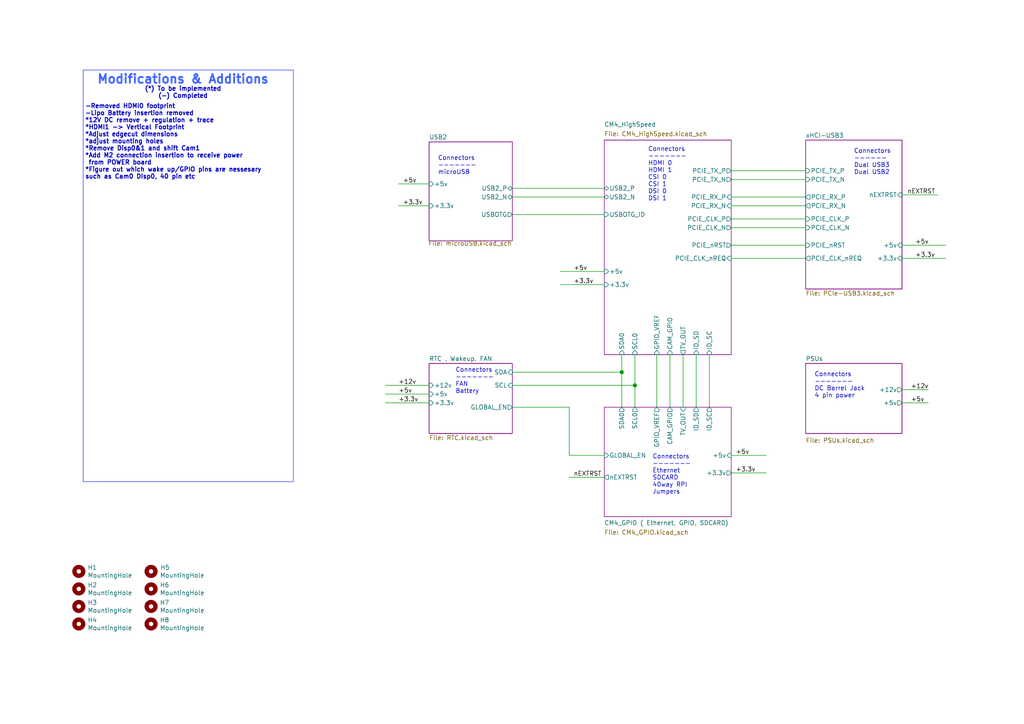
<source format=kicad_sch>
(kicad_sch (version 20250114) (generator "eeschema") (generator_version "9.0")
  (paper "A4")
  (title_block (title "Compute Module 4 IO USB3 Board - Top Level") (rev "1") (company "Copyright © 2020-2022 Raspberry Pi Ltd (formerly Raspberry Pi (Trading) Ltd.)") (comment 1 "www.raspberrypi.com"))
  (lib_symbols
    (symbol "Mechanical:MountingHole"
      (property "Reference" "H" (at 0 5.08 0))
      (property "Value" "MountingHole" (at 0 3.175 0))
      (symbol "MountingHole_0_1"
        (circle (center 0 0) (radius 1.27) (stroke (width 1.27)))
      )
    )
  )
  (text "Connectors\n-------\nmicroUSB" (at 127 50.8 0) (effects (font (size 1.27 1.27)) (justify left bottom)))
  (text "-Removed HDMI0 footprint\n-Lipo Battery insertion removed\n*12V DC remove + regulation + trace\n*HDMI1 -> Vertical Footprint\n*Adjust edgecut dimensions\n*adjust mounting holes\n*Remove Disp0&1 and shift Cam1 \n*Add M2 connection insertion to receive power\n from POWER board\n*Figure out which wake up/GPIO pins are nessesary \nsuch as Cam0 Disp0, 40 pin etc" (at 24.638 41.148 0) (effects (font (size 1.27 1.27) (thickness 0.254) (bold yes)) (justify left)))
  (text "Connectors\n-------\nDC Barrel Jack\n4 pin power" (at 236.22 115.57 0) (effects (font (size 1.27 1.27)) (justify left bottom)))
  (text "Connectors\n-------\nEthernet\nSDCARD\n40way RPI\nJumpers" (at 189.23 143.51 0) (effects (font (size 1.27 1.27)) (justify left bottom)))
  (text "Connectors\n------\nDual USB3\nDual USB2" (at 247.65 50.8 0) (effects (font (size 1.27 1.27)) (justify left bottom)))
  (text "Modifications & Additions" (at 53.086 23.114 0) (effects (font (size 2.54 2.54) (thickness 0.508) (bold yes))))
  (text "(*) To be implemented\n(-) Completed" (at 53.086 26.924 0) (effects (font (size 1.27 1.27) (thickness 0.254) (bold yes))))
  (text "Connectors\n-------\nHDMI 0\nHDMI 1\nCSI 0\nCSI 1\nDSI 0\nDSI 1" (at 187.96 58.42 0) (effects (font (size 1.27 1.27)) (justify left bottom)))
  (text "Connectors\n-------\nFAN\nBattery" (at 132.08 114.3 0) (effects (font (size 1.27 1.27)) (justify left bottom)))
  (junction (at 184.15 111.76) (diameter 1.016))
  (junction (at 180.34 107.95) (diameter 1.016))
  (wire (pts (xy 124.46 53.34) (xy 115.57 53.34)))
  (wire (pts (xy 212.09 59.69) (xy 233.68 59.69)))
  (wire (pts (xy 148.59 54.61) (xy 175.26 54.61)))
  (wire (pts (xy 212.09 74.93) (xy 233.68 74.93)))
  (wire (pts (xy 198.12 118.11) (xy 198.12 102.87)))
  (wire (pts (xy 180.34 107.95) (xy 180.34 118.11)))
  (wire (pts (xy 212.09 49.53) (xy 233.68 49.53)))
  (wire (pts (xy 194.31 118.11) (xy 194.31 102.87)))
  (wire (pts (xy 222.25 132.08) (xy 212.09 132.08)))
  (wire (pts (xy 148.59 62.23) (xy 175.26 62.23)))
  (wire (pts (xy 184.15 118.11) (xy 184.15 111.76)))
  (wire (pts (xy 274.32 74.93) (xy 261.62 74.93)))
  (wire (pts (xy 212.09 63.5) (xy 233.68 63.5)))
  (wire (pts (xy 148.59 118.11) (xy 165.1 118.11)))
  (wire (pts (xy 184.15 111.76) (xy 184.15 102.87)))
  (wire (pts (xy 212.09 57.15) (xy 233.68 57.15)))
  (wire (pts (xy 165.1 132.08) (xy 165.1 118.11)))
  (wire (pts (xy 212.09 71.12) (xy 233.68 71.12)))
  (wire (pts (xy 124.46 59.69) (xy 115.57 59.69)))
  (wire (pts (xy 261.62 71.12) (xy 274.32 71.12)))
  (wire (pts (xy 261.62 113.03) (xy 269.24 113.03)))
  (wire (pts (xy 148.59 111.76) (xy 184.15 111.76)))
  (wire (pts (xy 111.76 114.3) (xy 124.46 114.3)))
  (wire (pts (xy 205.74 118.11) (xy 205.74 102.87)))
  (wire (pts (xy 162.56 78.74) (xy 175.26 78.74)))
  (wire (pts (xy 201.93 102.87) (xy 201.93 118.11)))
  (wire (pts (xy 148.59 107.95) (xy 180.34 107.95)))
  (wire (pts (xy 124.46 116.84) (xy 111.76 116.84)))
  (wire (pts (xy 175.26 132.08) (xy 165.1 132.08)))
  (wire (pts (xy 261.62 56.515) (xy 272.034 56.515)))
  (wire (pts (xy 212.09 137.16) (xy 222.25 137.16)))
  (wire (pts (xy 212.09 66.04) (xy 233.68 66.04)))
  (wire (pts (xy 148.59 57.15) (xy 175.26 57.15)))
  (wire (pts (xy 261.62 116.84) (xy 269.24 116.84)))
  (wire (pts (xy 111.76 111.76) (xy 124.46 111.76)))
  (wire (pts (xy 175.26 82.55) (xy 162.56 82.55)))
  (wire (pts (xy 212.09 52.07) (xy 233.68 52.07)))
  (wire (pts (xy 165.1 138.43) (xy 175.26 138.43)))
  (wire (pts (xy 190.5 102.87) (xy 190.5 118.11)))
  (wire (pts (xy 180.34 102.87) (xy 180.34 107.95)))
  (label "+5v" (at 264.16 116.84 0))
  (label "+3.3v" (at 265.43 74.93 0))
  (label "+5v" (at 265.43 71.12 0))
  (label "+5v" (at 213.36 132.08 0))
  (label "+5v" (at 166.37 78.74 0))
  (label "+12v" (at 115.57 111.76 0))
  (label "+5v" (at 116.84 53.34 0))
  (label "+12v" (at 264.16 113.03 0))
  (label "+5v" (at 115.57 114.3 0))
  (label "+3.3v" (at 213.36 137.16 0))
  (label "+3.3v" (at 115.57 116.84 0))
  (label "+3.3v" (at 116.84 59.69 0))
  (label "+3.3v" (at 166.37 82.55 0))
  (label "nEXTRST" (at 263.144 56.515 0))
  (label "nEXTRST" (at 166.37 138.43 0))
  (rule_area (polyline (pts (xy 24.13 20.32) (xy 85.09 20.32) (xy 85.09 139.7) (xy 24.13 139.7)) (stroke (width 0) (color 37 44 255 1))))
  (symbol (lib_id "Mechanical:MountingHole") (at 22.86 180.975 0) (unit 1)
    (property "Reference" "H4" (at 25.4 179.832 0) (effects (justify left)))
    (property "Value" "MountingHole" (at 25.4 182.118 0) (effects (justify left)))
    (property "Footprint" "MountingHole:MountingHole_2.7mm_M2.5" (effects (hide yes)))
    (property "Field4" "nf" (effects (hide yes)))
    (property "Field5" "nf" (effects (hide yes)))
    (property "Field6" "nf" (effects (hide yes)))
    (property "Field7" "nf" (effects (hide yes)))
    (property "Part Description" "M2.5 mounting hole" (effects (hide yes)))
  )
  (symbol (lib_id "Mechanical:MountingHole") (at 22.86 175.895 0) (unit 1)
    (property "Reference" "H3" (at 25.4 174.752 0) (effects (justify left)))
    (property "Value" "MountingHole" (at 25.4 177.038 0) (effects (justify left)))
    (property "Footprint" "MountingHole:MountingHole_2.7mm_M2.5" (effects (hide yes)))
    (property "Field4" "nf" (effects (hide yes)))
    (property "Field5" "nf" (effects (hide yes)))
    (property "Field6" "nf" (effects (hide yes)))
    (property "Field7" "nf" (effects (hide yes)))
    (property "Part Description" "M2.5 mounting hole" (effects (hide yes)))
  )
  (symbol (lib_id "Mechanical:MountingHole") (at 22.86 170.815 0) (unit 1)
    (property "Reference" "H2" (at 25.4 169.672 0) (effects (justify left)))
    (property "Value" "MountingHole" (at 25.4 171.958 0) (effects (justify left)))
    (property "Footprint" "MountingHole:MountingHole_2.7mm_M2.5" (effects (hide yes)))
    (property "Field4" "nf" (effects (hide yes)))
    (property "Field5" "nf" (effects (hide yes)))
    (property "Field6" "nf" (effects (hide yes)))
    (property "Field7" "nf" (effects (hide yes)))
    (property "Part Description" "M2.5 mounting hole" (effects (hide yes)))
  )
  (symbol (lib_id "Mechanical:MountingHole") (at 22.86 165.735 0) (unit 1)
    (property "Reference" "H1" (at 25.4 164.592 0) (effects (justify left)))
    (property "Value" "MountingHole" (at 25.4 166.878 0) (effects (justify left)))
    (property "Footprint" "MountingHole:MountingHole_2.7mm_M2.5" (effects (hide yes)))
    (property "Field4" "nf" (effects (hide yes)))
    (property "Field5" "nf" (effects (hide yes)))
    (property "Field6" "nf" (effects (hide yes)))
    (property "Field7" "nf" (effects (hide yes)))
    (property "Part Description" "M2.5 mounting hole" (effects (hide yes)))
  )
  (symbol (lib_id "Mechanical:MountingHole") (at 43.815 165.735 0) (unit 1)
    (property "Reference" "H5" (at 46.482 164.592 0) (effects (justify left)))
    (property "Value" "MountingHole" (at 46.355 166.878 0) (effects (justify left)))
    (property "Footprint" "MountingHole:MountingHole_2.7mm_M2.5" (effects (hide yes)))
    (property "Field4" "nf" (effects (hide yes)))
    (property "Field5" "nf" (effects (hide yes)))
    (property "Field6" "nf" (effects (hide yes)))
    (property "Field7" "nf" (effects (hide yes)))
    (property "Part Description" "M2.5 mounting hole" (effects (hide yes)))
  )
  (symbol (lib_id "Mechanical:MountingHole") (at 43.815 180.975 0) (unit 1)
    (property "Reference" "H8" (at 46.355 179.832 0) (effects (justify left)))
    (property "Value" "MountingHole" (at 46.355 182.118 0) (effects (justify left)))
    (property "Footprint" "MountingHole:MountingHole_2.7mm_M2.5" (effects (hide yes)))
    (property "Field4" "nf" (effects (hide yes)))
    (property "Field5" "nf" (effects (hide yes)))
    (property "Field6" "nf" (effects (hide yes)))
    (property "Field7" "nf" (effects (hide yes)))
    (property "Part Description" "M2.5 mounting hole" (effects (hide yes)))
  )
  (symbol (lib_id "Mechanical:MountingHole") (at 43.815 175.895 0) (unit 1)
    (property "Reference" "H7" (at 46.355 174.752 0) (effects (justify left)))
    (property "Value" "MountingHole" (at 46.355 177.038 0) (effects (justify left)))
    (property "Footprint" "MountingHole:MountingHole_2.7mm_M2.5" (effects (hide yes)))
    (property "Field4" "nf" (effects (hide yes)))
    (property "Field5" "nf" (effects (hide yes)))
    (property "Field6" "nf" (effects (hide yes)))
    (property "Field7" "nf" (effects (hide yes)))
    (property "Part Description" "M2.5 mounting hole" (effects (hide yes)))
  )
  (symbol (lib_id "Mechanical:MountingHole") (at 43.815 170.815 0) (unit 1)
    (property "Reference" "H6" (at 46.355 169.672 0) (effects (justify left)))
    (property "Value" "MountingHole" (at 46.355 171.958 0) (effects (justify left)))
    (property "Footprint" "MountingHole:MountingHole_2.7mm_M2.5" (effects (hide yes)))
    (property "Field4" "nf" (effects (hide yes)))
    (property "Field5" "nf" (effects (hide yes)))
    (property "Field6" "nf" (effects (hide yes)))
    (property "Field7" "nf" (effects (hide yes)))
    (property "Part Description" "M2.5 mounting hole" (effects (hide yes)))
  )
  (sheet (at 175.26 118.11) (size 36.83 31.75) (stroke (width 0.1524) (color 132 0 132 1)) (fill (color 255 255 255 0.0000))
    (property "Sheetname" "CM4_GPIO ( Ethernet, GPIO, SDCARD)" (at 175.26 152.4 0) (effects (justify left bottom)))
    (property "Sheetfile" "CM4_GPIO.kicad_sch" (at 175.26 153.67 0) (effects (justify left top)))
    (pin "ID_SC" output (at 205.74 118.11 90))
    (pin "ID_SD" output (at 201.93 118.11 90))
    (pin "CAM_GPIO" output (at 194.31 118.11 90))
    (pin "SCL0" output (at 184.15 118.11 90))
    (pin "SDA0" output (at 180.34 118.11 90))
    (pin "+5v" input (at 212.09 132.08 0))
    (pin "+3.3v" output (at 212.09 137.16 0))
    (pin "nEXTRST" output (at 175.26 138.43 180))
    (pin "GLOBAL_EN" input (at 175.26 132.08 180))
    (pin "GPIO_VREF" output (at 190.5 118.11 90))
    (pin "TV_OUT" input (at 198.12 118.11 90))
  )
  (sheet (at 175.26 40.64) (size 36.83 62.23) (stroke (width 0.1524) (color 132 0 132 1)) (fill (color 255 255 255 0.0000))
    (property "Sheetname" "CM4_HighSpeed" (at 175.26 36.83 0) (effects (justify left bottom)))
    (property "Sheetfile" "CM4_HighSpeed.kicad_sch" (at 175.26 38.1 0) (effects (justify left top)))
    (pin "USB2_N" bidirectional (at 175.26 57.15 180))
    (pin "USB2_P" bidirectional (at 175.26 54.61 180))
    (pin "ID_SC" input (at 205.74 102.87 270))
    (pin "ID_SD" input (at 201.93 102.87 270))
    (pin "CAM_GPIO" input (at 194.31 102.87 270))
    (pin "SCL0" input (at 184.15 102.87 270))
    (pin "SDA0" input (at 180.34 102.87 270))
    (pin "+5v" input (at 175.26 78.74 180))
    (pin "PCIE_CLK_P" output (at 212.09 63.5 0))
    (pin "PCIE_CLK_N" output (at 212.09 66.04 0))
    (pin "PCIE_TX_P" output (at 212.09 49.53 0))
    (pin "PCIE_TX_N" output (at 212.09 52.07 0))
    (pin "PCIE_nRST" output (at 212.09 71.12 0))
    (pin "PCIE_RX_P" input (at 212.09 57.15 0))
    (pin "PCIE_RX_N" input (at 212.09 59.69 0))
    (pin "PCIE_CLK_nREQ" input (at 212.09 74.93 0))
    (pin "+3.3v" input (at 175.26 82.55 180))
    (pin "USBOTG_ID" input (at 175.26 62.23 180))
    (pin "GPIO_VREF" input (at 190.5 102.87 270))
    (pin "TV_OUT" output (at 198.12 102.87 270))
  )
  (sheet (at 233.68 105.41) (size 27.94 20.32) (stroke (width 0.1524) (color 132 0 132 1)) (fill (color 255 255 255 0.0000))
    (property "Sheetname" "PSUs" (at 233.68 104.7745 0) (effects (justify left bottom)))
    (property "Sheetfile" "PSUs.kicad_sch" (at 233.68 127 0) (effects (justify left top)))
    (pin "+5v" output (at 261.62 116.84 0))
    (pin "+12v" output (at 261.62 113.03 0))
  )
  (sheet (at 124.46 41.148) (size 24.13 28.702) (stroke (width 0.152) (color 132 0 132 1)) (fill (color 255 255 255 0.0000))
    (property "Sheetname" "USB2" (at 124.46 40.5125 0) (effects (justify left bottom)))
    (property "Sheetfile" "microUSB.kicad_sch" (at 124.206 69.85 0) (effects (justify left top)))
    (pin "USB2_N" bidirectional (at 148.59 57.15 0))
    (pin "USB2_P" bidirectional (at 148.59 54.61 0))
    (pin "+5v" input (at 124.46 53.34 180))
    (pin "+3.3v" input (at 124.46 59.69 180))
    (pin "USBOTG" output (at 148.59 62.23 0))
  )
  (sheet (at 124.46 105.41) (size 24.13 20.32) (stroke (width 0.1524) (color 132 0 132 1)) (fill (color 255 255 255 0.0000))
    (property "Sheetname" "RTC , Wakeup, FAN" (at 124.46 104.7745 0) (effects (justify left bottom)))
    (property "Sheetfile" "RTC.kicad_sch" (at 124.46 126.2385 0) (effects (justify left top)))
    (pin "SCL" input (at 148.59 111.76 0))
    (pin "SDA" input (at 148.59 107.95 0))
    (pin "+5v" input (at 124.46 114.3 180))
    (pin "+3.3v" input (at 124.46 116.84 180))
    (pin "GLOBAL_EN" output (at 148.59 118.11 0))
    (pin "+12v" input (at 124.46 111.76 180))
  )
  (sheet (at 233.68 40.64) (size 27.94 43.18) (stroke (width 0.152) (color 132 0 132 1)) (fill (color 255 255 255 0.0000))
    (property "Sheetname" "xHCI-USB3" (at 233.68 40.004 0) (effects (justify left bottom)))
    (property "Sheetfile" "PCIe-USB3.kicad_sch" (at 233.68 84.3285 0) (effects (justify left top)))
    (pin "PCIE_CLK_P" input (at 233.68 63.5 180))
    (pin "PCIE_CLK_N" input (at 233.68 66.04 180))
    (pin "PCIE_TX_P" input (at 233.68 49.53 180))
    (pin "PCIE_TX_N" input (at 233.68 52.07 180))
    (pin "PCIE_CLK_nREQ" output (at 233.68 74.93 180))
    (pin "PCIE_nRST" input (at 233.68 71.12 180))
    (pin "PCIE_RX_P" output (at 233.68 57.15 180))
    (pin "PCIE_RX_N" output (at 233.68 59.69 180))
    (pin "+3.3v" input (at 261.62 74.93 0))
    (pin "nEXTRST" input (at 261.62 56.515 0))
    (pin "+5v" input (at 261.62 71.12 0))
  )
)
</source>
